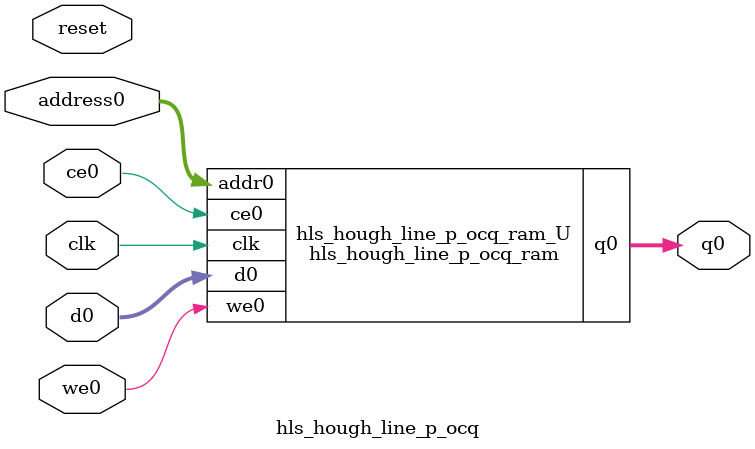
<source format=v>
`timescale 1 ns / 1 ps
module hls_hough_line_p_ocq_ram (addr0, ce0, d0, we0, q0,  clk);

parameter DWIDTH = 32;
parameter AWIDTH = 21;
parameter MEM_SIZE = 1089900;

input[AWIDTH-1:0] addr0;
input ce0;
input[DWIDTH-1:0] d0;
input we0;
output wire[DWIDTH-1:0] q0;
input clk;

(* ram_style = "block" *)reg [DWIDTH-1:0] ram[0:MEM_SIZE-1];
wire [AWIDTH-1:0] addr0_t0; 
reg [AWIDTH-1:0] addr0_t1; 
wire [DWIDTH-1:0] d0_t0; 
wire we0_t0; 
reg [DWIDTH-1:0] d0_t1; 
reg we0_t1; 
reg [DWIDTH-1:0] q0_t0;
reg [DWIDTH-1:0] q0_t1;


assign addr0_t0 = addr0;
assign d0_t0 = d0;
assign we0_t0 = we0;
assign q0 = q0_t1;

always @(posedge clk)  
begin
    if (ce0) 
    begin
        addr0_t1 <= addr0_t0; 
        d0_t1 <= d0_t0;
        we0_t1 <= we0_t0;
        q0_t1 <= q0_t0;
    end
end


always @(posedge clk)  
begin 
    if (ce0) 
    begin
        if (we0_t1) 
        begin 
            ram[addr0_t1] <= d0_t1; 
        end 
        q0_t0 <= ram[addr0_t1];
    end
end


endmodule

`timescale 1 ns / 1 ps
module hls_hough_line_p_ocq(
    reset,
    clk,
    address0,
    ce0,
    we0,
    d0,
    q0);

parameter DataWidth = 32'd32;
parameter AddressRange = 32'd1089900;
parameter AddressWidth = 32'd21;
input reset;
input clk;
input[AddressWidth - 1:0] address0;
input ce0;
input we0;
input[DataWidth - 1:0] d0;
output[DataWidth - 1:0] q0;



hls_hough_line_p_ocq_ram hls_hough_line_p_ocq_ram_U(
    .clk( clk ),
    .addr0( address0 ),
    .ce0( ce0 ),
    .we0( we0 ),
    .d0( d0 ),
    .q0( q0 ));

endmodule


</source>
